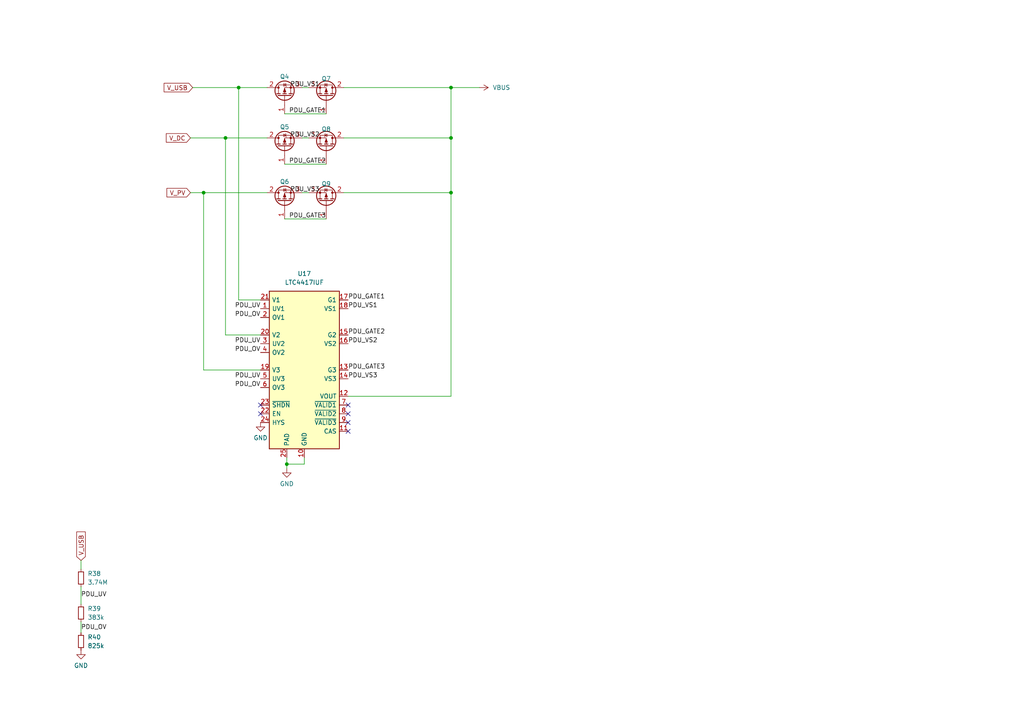
<source format=kicad_sch>
(kicad_sch (version 20211123) (generator eeschema)
  (paper "A4")
  (lib_symbols
    (symbol "Device:Q_PMOS_GDS" (pin_names (offset 0) hide)
      (property "Reference" "Q" (at 5.08 1.27 0))
      (property "Value" "Q_PMOS_GDS" (at 5.08 -1.27 0))
      (symbol "Q_PMOS_GDS_0_1"
        (polyline (pts (xy 0.254 0) (xy -2.54 0)))
        (polyline (pts (xy 0.254 1.905) (xy 0.254 -1.905)) (stroke (width 0.254)))
        (polyline (pts (xy 0.762 -1.27) (xy 0.762 -2.286)) (stroke (width 0.254)))
        (polyline (pts (xy 0.762 0.508) (xy 0.762 -0.508)) (stroke (width 0.254)))
        (polyline (pts (xy 0.762 2.286) (xy 0.762 1.27)) (stroke (width 0.254)))
        (polyline (pts (xy 2.54 2.54) (xy 2.54 1.778)))
        (polyline (pts (xy 2.54 -2.54) (xy 2.54 0) (xy 0.762 0)))
        (polyline (pts (xy 0.762 1.778) (xy 3.302 1.778) (xy 3.302 -1.778) (xy 0.762 -1.778)))
        (polyline (pts (xy 2.286 0) (xy 1.27 0.381) (xy 1.27 -0.381) (xy 2.286 0)) (fill (type outline)))
        (polyline (pts (xy 2.794 -0.508) (xy 2.921 -0.381) (xy 3.683 -0.381) (xy 3.81 -0.254)))
        (polyline (pts (xy 3.302 -0.381) (xy 2.921 0.254) (xy 3.683 0.254) (xy 3.302 -0.381)))
        (circle (center 1.651 0) (radius 2.794) (stroke (width 0.254)))
        (circle (center 2.54 -1.778) (radius 0.254) (fill (type outline)))
        (circle (center 2.54 1.778) (radius 0.254) (fill (type outline)))
      )
      (symbol "Q_PMOS_GDS_1_1"
        (pin input line (at -5.08 0 0) (length 2.54) (name "G") (number "1"))
        (pin passive line (at 2.54 5.08 270) (length 2.54) (name "D") (number "2"))
        (pin passive line (at 2.54 -5.08 90) (length 2.54) (name "S") (number "3"))
      )
    )
    (symbol "Device:R_Small" (pin_numbers hide) (pin_names (offset 0.254) hide)
      (property "Reference" "R" (at 0.762 0.508 0))
      (property "Value" "R_Small" (at 0.762 -1.016 0))
      (symbol "R_Small_0_1"
        (rectangle (start -0.762 1.778) (end 0.762 -1.778) (stroke (width 0.2032)))
      )
      (symbol "R_Small_1_1"
        (pin passive line (at 0 2.54 270) (length 0.762) (name "~") (number "1"))
        (pin passive line (at 0 -2.54 90) (length 0.762) (name "~") (number "2"))
      )
    )
    (symbol "Power_Management:LTC4417IUF" (pin_names (offset 0.762))
      (property "Reference" "U" (at 0 26.035 0))
      (property "Value" "LTC4417IUF" (at 0 24.13 0))
      (symbol "LTC4417IUF_0_1"
        (rectangle (start -10.16 22.86) (end 10.16 -22.86) (stroke (width 0.254)) (fill (type background)))
      )
      (symbol "LTC4417IUF_1_1"
        (pin input line (at -12.7 17.78 0) (length 2.54) (name "UV1") (number "1"))
        (pin power_in line (at 0 -25.4 90) (length 2.54) (name "GND") (number "10"))
        (pin output line (at 12.7 -17.78 180) (length 2.54) (name "CAS") (number "11"))
        (pin output line (at 12.7 -7.62 180) (length 2.54) (name "VOUT") (number "12"))
        (pin output line (at 12.7 0 180) (length 2.54) (name "G3") (number "13"))
        (pin output line (at 12.7 -2.54 180) (length 2.54) (name "VS3") (number "14"))
        (pin output line (at 12.7 10.16 180) (length 2.54) (name "G2") (number "15"))
        (pin output line (at 12.7 7.62 180) (length 2.54) (name "VS2") (number "16"))
        (pin output line (at 12.7 20.32 180) (length 2.54) (name "G1") (number "17"))
        (pin output line (at 12.7 17.78 180) (length 2.54) (name "VS1") (number "18"))
        (pin input line (at -12.7 0 0) (length 2.54) (name "V3") (number "19"))
        (pin input line (at -12.7 15.24 0) (length 2.54) (name "OV1") (number "2"))
        (pin input line (at -12.7 10.16 0) (length 2.54) (name "V2") (number "20"))
        (pin input line (at -12.7 20.32 0) (length 2.54) (name "V1") (number "21"))
        (pin input line (at -12.7 -12.7 0) (length 2.54) (name "EN") (number "22"))
        (pin input line (at -12.7 -10.16 0) (length 2.54) (name "~{SHDN}") (number "23"))
        (pin input line (at -12.7 -15.24 0) (length 2.54) (name "HYS") (number "24"))
        (pin power_in line (at -5.08 -25.4 90) (length 2.54) (name "PAD") (number "25"))
        (pin input line (at -12.7 7.62 0) (length 2.54) (name "UV2") (number "3"))
        (pin input line (at -12.7 5.08 0) (length 2.54) (name "OV2") (number "4"))
        (pin input line (at -12.7 -2.54 0) (length 2.54) (name "UV3") (number "5"))
        (pin input line (at -12.7 -5.08 0) (length 2.54) (name "OV3") (number "6"))
        (pin open_collector line (at 12.7 -10.16 180) (length 2.54) (name "~{VALID1}") (number "7"))
        (pin open_collector line (at 12.7 -12.7 180) (length 2.54) (name "~{VALID2}") (number "8"))
        (pin open_collector line (at 12.7 -15.24 180) (length 2.54) (name "~{VALID3}") (number "9"))
      )
    )
    (symbol "power:GND" (power) (pin_names (offset 0))
      (property "Value" "GND" (at 0 -3.81 0))
      (symbol "GND_0_1"
        (polyline (pts (xy 0 0) (xy 0 -1.27) (xy 1.27 -1.27) (xy 0 -2.54) (xy -1.27 -1.27) (xy 0 -1.27)))
      )
      (symbol "GND_1_1"
        (pin power_in line (at 0 0 270) (length 0) hide (name "GND") (number "1"))
      )
    )
    (symbol "power:VBUS" (power) (pin_names (offset 0))
      (property "Value" "VBUS" (at 0 3.81 0))
      (symbol "VBUS_0_1"
        (polyline (pts (xy -0.762 1.27) (xy 0 2.54)))
        (polyline (pts (xy 0 0) (xy 0 2.54)))
        (polyline (pts (xy 0 2.54) (xy 0.762 1.27)))
      )
      (symbol "VBUS_1_1"
        (pin power_in line (at 0 0 90) (length 0) hide (name "VBUS") (number "1"))
      )
    )
  )
  (junction (at 59.055 55.88))
  (junction (at 83.185 134.62))
  (junction (at 65.405 40.005))
  (junction (at 130.81 55.88))
  (junction (at 69.215 25.4))
  (junction (at 130.81 40.005))
  (junction (at 130.81 25.4))
  (no_connect (at 75.565 117.475))
  (no_connect (at 100.965 117.475))
  (no_connect (at 100.965 120.015))
  (no_connect (at 100.965 125.095))
  (no_connect (at 75.565 120.015))
  (no_connect (at 100.965 122.555))
  (wire (pts (xy 88.265 134.62) (xy 83.185 134.62)))
  (wire (pts (xy 59.055 107.315) (xy 75.565 107.315)))
  (wire (pts (xy 99.695 55.88) (xy 130.81 55.88)))
  (wire (pts (xy 23.495 162.56) (xy 23.495 165.1)))
  (wire (pts (xy 69.215 25.4) (xy 77.47 25.4)))
  (wire (pts (xy 130.81 40.005) (xy 130.81 55.88)))
  (wire (pts (xy 65.405 40.005) (xy 65.405 97.155)))
  (wire (pts (xy 83.185 135.89) (xy 83.185 134.62)))
  (wire (pts (xy 65.405 40.005) (xy 77.47 40.005)))
  (wire (pts (xy 130.81 40.005) (xy 130.81 25.4)))
  (wire (pts (xy 87.63 25.4) (xy 89.535 25.4)))
  (wire (pts (xy 87.63 40.005) (xy 89.535 40.005)))
  (wire (pts (xy 99.695 40.005) (xy 130.81 40.005)))
  (wire (pts (xy 83.185 134.62) (xy 83.185 132.715)))
  (wire (pts (xy 69.215 25.4) (xy 69.215 86.995)))
  (wire (pts (xy 87.63 55.88) (xy 89.535 55.88)))
  (wire (pts (xy 88.265 132.715) (xy 88.265 134.62)))
  (wire (pts (xy 55.88 25.4) (xy 69.215 25.4)))
  (wire (pts (xy 59.055 55.88) (xy 77.47 55.88)))
  (wire (pts (xy 100.965 114.935) (xy 130.81 114.935)))
  (wire (pts (xy 82.55 47.625) (xy 94.615 47.625)))
  (wire (pts (xy 55.245 40.005) (xy 65.405 40.005)))
  (wire (pts (xy 59.055 55.88) (xy 59.055 107.315)))
  (wire (pts (xy 65.405 97.155) (xy 75.565 97.155)))
  (wire (pts (xy 99.695 25.4) (xy 130.81 25.4)))
  (wire (pts (xy 130.81 25.4) (xy 139.065 25.4)))
  (wire (pts (xy 82.55 63.5) (xy 94.615 63.5)))
  (wire (pts (xy 23.495 183.515) (xy 23.495 180.34)))
  (wire (pts (xy 130.81 55.88) (xy 130.81 114.935)))
  (wire (pts (xy 23.495 175.26) (xy 23.495 170.18)))
  (wire (pts (xy 55.245 55.88) (xy 59.055 55.88)))
  (wire (pts (xy 82.55 33.02) (xy 94.615 33.02)))
  (wire (pts (xy 69.215 86.995) (xy 75.565 86.995)))
  (label "PDU_UV" (at 23.495 173.355 0))
  (label "PDU_OV" (at 75.565 102.235 180))
  (label "PDU_GATE1" (at 83.82 33.02 0))
  (label "PDU_VS1" (at 92.71 25.4 180))
  (label "PDU_OV" (at 23.495 182.88 0))
  (label "PDU_VS2" (at 92.71 40.005 180))
  (label "PDU_GATE3" (at 100.965 107.315 0))
  (label "PDU_VS3" (at 100.965 109.855 0))
  (label "PDU_GATE1" (at 100.965 86.995 0))
  (label "PDU_UV" (at 75.565 99.695 180))
  (label "PDU_UV" (at 75.565 89.535 180))
  (label "PDU_OV" (at 75.565 92.075 180))
  (label "PDU_GATE2" (at 83.82 47.625 0))
  (label "PDU_GATE2" (at 100.965 97.155 0))
  (label "PDU_VS2" (at 100.965 99.695 0))
  (label "PDU_UV" (at 75.565 109.855 180))
  (label "PDU_VS3" (at 92.71 55.88 180))
  (label "PDU_OV" (at 75.565 112.395 180))
  (label "PDU_VS1" (at 100.965 89.535 0))
  (label "PDU_GATE3" (at 83.82 63.5 0))
  (global_label "V_PV" (shape input) (at 55.245 55.88 180) (property "Intersheet References" "${INTERSHEET_REFS}" (effects hide)))
  (global_label "V_DC" (shape input) (at 55.245 40.005 180) (property "Intersheet References" "${INTERSHEET_REFS}" (effects hide)))
  (global_label "V_USB" (shape input) (at 55.88 25.4 180) (property "Intersheet References" "${INTERSHEET_REFS}" (effects hide)))
  (global_label "V_USB" (shape input) (at 23.495 162.56 90) (property "Intersheet References" "${INTERSHEET_REFS}" (effects hide)))
  (symbol (lib_id "Device:R_Small") (at 23.495 177.8 0) (unit 1)
    (property "Reference" "R39" (at 25.4 176.5299 0) (effects (justify left)))
    (property "Value" "383k" (at 25.4 179.0699 0) (effects (justify left)))
    (property "Footprint" "Resistor_SMD:R_0603_1608Metric" (effects hide))
  )
  (symbol (lib_id "Device:R_Small") (at 23.495 186.055 0) (unit 1)
    (property "Reference" "R40" (at 25.4 184.7849 0) (effects (justify left)))
    (property "Value" "825k" (at 25.4 187.3249 0) (effects (justify left)))
    (property "Footprint" "Resistor_SMD:R_0603_1608Metric" (effects hide))
  )
  (symbol (lib_id "Device:R_Small") (at 23.495 167.64 0) (unit 1)
    (property "Reference" "R38" (at 25.4 166.3699 0) (effects (justify left)))
    (property "Value" "3.74M" (at 25.4 168.9099 0) (effects (justify left)))
    (property "Footprint" "Resistor_SMD:R_0603_1608Metric" (effects hide))
  )
  (symbol (lib_id "power:GND") (at 23.495 188.595 0) (unit 1)
    (property "Reference" "#PWR0110" (effects hide))
    (property "Value" "GND" (at 23.495 193.04 0))
  )
  (symbol (lib_id "Device:Q_PMOS_GDS") (at 94.615 58.42 270) (mirror x) (unit 1)
    (property "Reference" "Q9" (at 94.615 53.34 90))
    (property "Value" "Q_PMOS_GDS" (effects hide))
    (property "Footprint" "Package_DIP:DIP-4_W7.62mm" (effects hide))
  )
  (symbol (lib_id "power:GND") (at 83.185 135.89 0) (unit 1)
    (property "Reference" "#PWR0112" (effects hide))
    (property "Value" "GND" (at 83.185 140.335 0))
  )
  (symbol (lib_id "Device:Q_PMOS_GDS") (at 82.55 42.545 90) (unit 1)
    (property "Reference" "Q5" (at 82.55 36.83 90))
    (property "Value" "Q_PMOS_GDS" (effects hide))
    (property "Footprint" "Package_DIP:DIP-4_W7.62mm" (effects hide))
  )
  (symbol (lib_id "Device:Q_PMOS_GDS") (at 94.615 42.545 270) (mirror x) (unit 1)
    (property "Reference" "Q8" (at 94.615 37.465 90))
    (property "Value" "Q_PMOS_GDS" (effects hide))
    (property "Footprint" "Package_DIP:DIP-4_W7.62mm" (effects hide))
  )
  (symbol (lib_id "Device:Q_PMOS_GDS") (at 94.615 27.94 270) (mirror x) (unit 1)
    (property "Reference" "Q7" (at 94.615 22.86 90))
    (property "Value" "Q_PMOS_GDS" (effects hide))
    (property "Footprint" "Package_DIP:DIP-4_W7.62mm" (effects hide))
  )
  (symbol (lib_id "power:VBUS") (at 139.065 25.4 270) (unit 1)
    (property "Reference" "#PWR0113" (effects hide))
    (property "Value" "VBUS" (at 142.875 25.3999 90) (effects (justify left)))
  )
  (symbol (lib_id "Device:Q_PMOS_GDS") (at 82.55 58.42 90) (unit 1)
    (property "Reference" "Q6" (at 82.55 52.705 90))
    (property "Value" "Q_PMOS_GDS" (effects hide))
    (property "Footprint" "Package_DIP:DIP-4_W7.62mm" (effects hide))
  )
  (symbol (lib_id "Device:Q_PMOS_GDS") (at 82.55 27.94 90) (unit 1)
    (property "Reference" "Q4" (at 82.55 22.225 90))
    (property "Value" "Q_PMOS_GDS" (effects hide))
    (property "Footprint" "Package_DIP:DIP-4_W7.62mm" (effects hide))
  )
  (symbol (lib_id "Power_Management:LTC4417IUF") (at 88.265 107.315 0) (unit 1)
    (property "Reference" "U17" (at 88.265 79.375 0))
    (property "Value" "LTC4417IUF" (at 88.265 81.915 0))
    (property "Footprint" "Package_DFN_QFN:QFN-24-1EP_4x4mm_P0.5mm_EP2.6x2.6mm" (effects hide))
    (property "Datasheet" "https://www.analog.com/media/en/technical-documentation/data-sheets/4417f.pdf" (effects hide))
  )
  (symbol (lib_id "power:GND") (at 75.565 122.555 0) (unit 1)
    (property "Reference" "#PWR0111" (effects hide))
    (property "Value" "GND" (at 75.565 127 0))
  )
)
</source>
